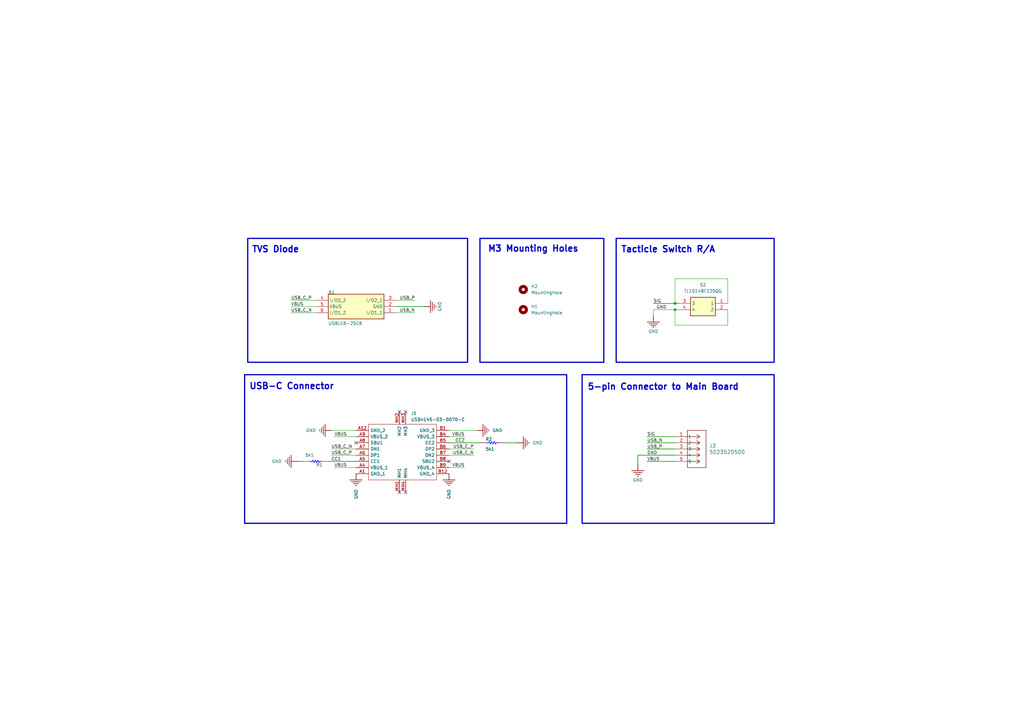
<source format=kicad_sch>
(kicad_sch (version 20231120) (generator "eeschema") (generator_version "8.0")
  (paper "A3")
  (lib_symbols
    (symbol "5023520500:5023520500" (pin_names (offset 0.254))
      (property "Reference" "J" (at 8.89 6.35 0))
      (property "Value" "5023520500" (at 0 0 0))
      (symbol "5023520500_1_1"
        (polyline (pts (xy 5.08 -12.7) (xy 12.7 -12.7)) (stroke (width 0.2032)))
        (polyline (pts (xy 5.08 2.54) (xy 5.08 -12.7)) (stroke (width 0.2032)))
        (polyline (pts (xy 10.16 -10.16) (xy 5.08 -10.16)) (stroke (width 0.2032)))
        (polyline (pts (xy 10.16 -10.16) (xy 8.89 -11.0067)) (stroke (width 0.2032)))
        (polyline (pts (xy 10.16 -10.16) (xy 8.89 -9.3133)) (stroke (width 0.2032)))
        (polyline (pts (xy 10.16 -7.62) (xy 5.08 -7.62)) (stroke (width 0.2032)))
        (polyline (pts (xy 10.16 -7.62) (xy 8.89 -8.4667)) (stroke (width 0.2032)))
        (polyline (pts (xy 10.16 -7.62) (xy 8.89 -6.7733)) (stroke (width 0.2032)))
        (polyline (pts (xy 10.16 -5.08) (xy 5.08 -5.08)) (stroke (width 0.2032)))
        (polyline (pts (xy 10.16 -5.08) (xy 8.89 -5.9267)) (stroke (width 0.2032)))
        (polyline (pts (xy 10.16 -5.08) (xy 8.89 -4.2333)) (stroke (width 0.2032)))
        (polyline (pts (xy 10.16 -2.54) (xy 5.08 -2.54)) (stroke (width 0.2032)))
        (polyline (pts (xy 10.16 -2.54) (xy 8.89 -3.3867)) (stroke (width 0.2032)))
        (polyline (pts (xy 10.16 -2.54) (xy 8.89 -1.6933)) (stroke (width 0.2032)))
        (polyline (pts (xy 10.16 0) (xy 5.08 0)) (stroke (width 0.2032)))
        (polyline (pts (xy 10.16 0) (xy 8.89 -0.8467)) (stroke (width 0.2032)))
        (polyline (pts (xy 10.16 0) (xy 8.89 0.8467)) (stroke (width 0.2032)))
        (polyline (pts (xy 12.7 -12.7) (xy 12.7 2.54)) (stroke (width 0.2032)))
        (polyline (pts (xy 12.7 2.54) (xy 5.08 2.54)) (stroke (width 0.2032)))
        (pin unspecified line (at 0 0 0) (length 5.08) (name "1") (number "1"))
        (pin unspecified line (at 0 -2.54 0) (length 5.08) (name "2") (number "2"))
        (pin unspecified line (at 0 -5.08 0) (length 5.08) (name "3") (number "3"))
        (pin unspecified line (at 0 -7.62 0) (length 5.08) (name "4") (number "4"))
        (pin unspecified line (at 0 -10.16 0) (length 5.08) (name "5") (number "5"))
      )
      (symbol "5023520500_1_2"
        (polyline (pts (xy 5.08 -12.7) (xy 12.7 -12.7)) (stroke (width 0.2032)))
        (polyline (pts (xy 5.08 2.54) (xy 5.08 -12.7)) (stroke (width 0.2032)))
        (polyline (pts (xy 7.62 -10.16) (xy 5.08 -10.16)) (stroke (width 0.2032)))
        (polyline (pts (xy 7.62 -10.16) (xy 8.89 -11.0067)) (stroke (width 0.2032)))
        (polyline (pts (xy 7.62 -10.16) (xy 8.89 -9.3133)) (stroke (width 0.2032)))
        (polyline (pts (xy 7.62 -7.62) (xy 5.08 -7.62)) (stroke (width 0.2032)))
        (polyline (pts (xy 7.62 -7.62) (xy 8.89 -8.4667)) (stroke (width 0.2032)))
        (polyline (pts (xy 7.62 -7.62) (xy 8.89 -6.7733)) (stroke (width 0.2032)))
        (polyline (pts (xy 7.62 -5.08) (xy 5.08 -5.08)) (stroke (width 0.2032)))
        (polyline (pts (xy 7.62 -5.08) (xy 8.89 -5.9267)) (stroke (width 0.2032)))
        (polyline (pts (xy 7.62 -5.08) (xy 8.89 -4.2333)) (stroke (width 0.2032)))
        (polyline (pts (xy 7.62 -2.54) (xy 5.08 -2.54)) (stroke (width 0.2032)))
        (polyline (pts (xy 7.62 -2.54) (xy 8.89 -3.3867)) (stroke (width 0.2032)))
        (polyline (pts (xy 7.62 -2.54) (xy 8.89 -1.6933)) (stroke (width 0.2032)))
        (polyline (pts (xy 7.62 0) (xy 5.08 0)) (stroke (width 0.2032)))
        (polyline (pts (xy 7.62 0) (xy 8.89 -0.8467)) (stroke (width 0.2032)))
        (polyline (pts (xy 7.62 0) (xy 8.89 0.8467)) (stroke (width 0.2032)))
        (polyline (pts (xy 12.7 -12.7) (xy 12.7 2.54)) (stroke (width 0.2032)))
        (polyline (pts (xy 12.7 2.54) (xy 5.08 2.54)) (stroke (width 0.2032)))
        (pin unspecified line (at 0 0 0) (length 5.08) (name "1") (number "1"))
        (pin unspecified line (at 0 -2.54 0) (length 5.08) (name "2") (number "2"))
        (pin unspecified line (at 0 -5.08 0) (length 5.08) (name "3") (number "3"))
        (pin unspecified line (at 0 -7.62 0) (length 5.08) (name "4") (number "4"))
        (pin unspecified line (at 0 -10.16 0) (length 5.08) (name "5") (number "5"))
      )
    )
    (symbol "Daughterboard-altium-import:GND" (power)
      (property "Reference" "#PWR" (at 0 0 0))
      (property "Value" "GND" (at 0 6.35 0))
      (symbol "GND_0_0"
        (polyline (pts (xy -2.54 -2.54) (xy 2.54 -2.54)) (stroke (width 0.254)))
        (polyline (pts (xy -1.778 -3.302) (xy 1.778 -3.302)) (stroke (width 0.254)))
        (polyline (pts (xy -1.016 -4.064) (xy 1.016 -4.064)) (stroke (width 0.254)))
        (polyline (pts (xy -0.254 -4.826) (xy 0.254 -4.826)) (stroke (width 0.254)))
        (polyline (pts (xy 0 0) (xy 0 -2.54)) (stroke (width 0.254)))
        (pin power_in line (at 0 0 0) (length 0) hide (name "GND") (number ""))
      )
    )
    (symbol "Daughterboard-altium-import:root_0_RES"
      (symbol "root_0_RES_1_0"
        (polyline (pts (xy 5.08 -2.54) (xy 4.064 -2.54) (xy 3.81 -3.048) (xy 3.302 -2.032) (xy 2.794 -3.048) (xy 2.286 -2.032) (xy 1.778 -3.048) (xy 1.27 -2.032) (xy 1.016 -2.54) (xy 0 -2.54)) (stroke (width 0.254) (color 0 0 255 1)))
        (pin passive line (at -2.54 -2.54 0) (length 2.54) (name "1") (number "1"))
        (pin passive line (at 7.62 -2.54 180) (length 2.54) (name "2") (number "2"))
      )
    )
    (symbol "Daughterboard-altium-import:root_2_USBLC6-2SC6"
      (symbol "root_2_USBLC6-2SC6_1_0"
        (rectangle (start -5.08 7.62) (end -27.94 -2.54) (stroke (width 0.254)) (fill (type background)))
        (pin passive line (at 0 0 180) (length 5.08) (name "I/O1_1") (number "1"))
        (pin passive line (at 0 2.54 180) (length 5.08) (name "GND") (number "2"))
        (pin passive line (at 0 5.08 180) (length 5.08) (name "I/O2_1") (number "3"))
        (pin passive line (at -33.02 5.08 0) (length 5.08) (name "I/O2_2") (number "4"))
        (pin passive line (at -33.02 2.54 0) (length 5.08) (name "VBUS") (number "5"))
        (pin passive line (at -33.02 0 0) (length 5.08) (name "I/O1_2") (number "6"))
      )
    )
    (symbol "Mechanical:MountingHole" (pin_names (offset 1.016))
      (property "Reference" "H" (at 0 5.08 0))
      (property "Value" "MountingHole" (at 0 3.175 0))
      (symbol "MountingHole_0_1"
        (circle (center 0 0) (radius 1.27) (stroke (width 1.27)))
      )
    )
    (symbol "TL1014BF220QG:TL1014BF220QG"
      (property "Reference" "S" (at 16.51 7.62 0))
      (property "Value" "TL1014BF220QG" (at 16.51 5.08 0))
      (symbol "TL1014BF220QG_1_1"
        (rectangle (start 5.08 2.54) (end 15.24 -5.08) (stroke (width 0.254)) (fill (type background)))
        (pin passive line (at 20.32 0 180) (length 5.08) (name "1") (number "1"))
        (pin passive line (at 20.32 -2.54 180) (length 5.08) (name "2") (number "2"))
        (pin passive line (at 0 0 0) (length 5.08) (name "3") (number "3"))
        (pin passive line (at 0 -2.54 0) (length 5.08) (name "4") (number "4"))
      )
    )
    (symbol "USB4145-03-0070-C:USB4145-03-0070-C" (pin_names (offset 0.762))
      (property "Reference" "J" (at 29.21 17.78 0))
      (property "Value" "USB4145-03-0070-C" (at 29.21 15.24 0))
      (symbol "USB4145-03-0070-C_0_0"
        (pin passive line (at 7.62 17.78 270) (length 5.08) (name "GND_1") (number "A1"))
        (pin passive line (at 25.4 17.78 270) (length 5.08) (name "GND_2") (number "A12"))
        (pin passive line (at 10.16 17.78 270) (length 5.08) (name "VBUS_1") (number "A4"))
        (pin passive line (at 12.7 17.78 270) (length 5.08) (name "CC1") (number "A5"))
        (pin passive line (at 15.24 17.78 270) (length 5.08) (name "DP1") (number "A6"))
        (pin passive line (at 17.78 17.78 270) (length 5.08) (name "DN1") (number "A7"))
        (pin passive line (at 20.32 17.78 270) (length 5.08) (name "SBU1") (number "A8"))
        (pin passive line (at 22.86 17.78 270) (length 5.08) (name "VBUS_2") (number "A9"))
        (pin passive line (at 25.4 -20.32 90) (length 5.08) (name "GND_3") (number "B1"))
        (pin passive line (at 7.62 -20.32 90) (length 5.08) (name "GND_4") (number "B12"))
        (pin passive line (at 22.86 -20.32 90) (length 5.08) (name "VBUS_3") (number "B4"))
        (pin passive line (at 20.32 -20.32 90) (length 5.08) (name "CC2") (number "B5"))
        (pin passive line (at 17.78 -20.32 90) (length 5.08) (name "DP2") (number "B6"))
        (pin passive line (at 15.24 -20.32 90) (length 5.08) (name "DN2") (number "B7"))
        (pin passive line (at 12.7 -20.32 90) (length 5.08) (name "SBU2") (number "B8"))
        (pin passive line (at 10.16 -20.32 90) (length 5.08) (name "VBUS_4") (number "B9"))
        (pin passive line (at 0 0 0) (length 5.08) (name "MH1") (number "MH1"))
        (pin passive line (at 33.02 0 180) (length 5.08) (name "MH2") (number "MH2"))
        (pin passive line (at 33.02 -2.54 180) (length 5.08) (name "MH3") (number "MH3"))
        (pin passive line (at 0 -2.54 0) (length 5.08) (name "MH4") (number "MH4"))
      )
      (symbol "USB4145-03-0070-C_0_1"
        (polyline (pts (xy 5.08 12.7) (xy 27.94 12.7) (xy 27.94 -15.24) (xy 5.08 -15.24) (xy 5.08 12.7)) (stroke (width 0.1524)))
      )
    )
  )
  (junction (at 276.86 127))
  (junction (at 276.86 124.46))
  (no_connect (at 184.15 189.23))
  (no_connect (at 163.83 168.91))
  (no_connect (at 166.37 201.93))
  (no_connect (at 163.83 201.93))
  (no_connect (at 146.05 181.61))
  (no_connect (at 166.37 168.91))
  (wire (pts (xy 265.43 189.23) (xy 276.86 189.23)) (stroke (width 0.254)))
  (wire (pts (xy 207.01 181.61) (xy 212.09 181.61)) (stroke (width 0.254)))
  (wire (pts (xy 265.43 181.61) (xy 276.86 181.61)) (stroke (width 0.254)))
  (wire (pts (xy 276.86 133.35) (xy 276.86 127)))
  (wire (pts (xy 184.15 186.69) (xy 194.31 186.69)))
  (wire (pts (xy 298.45 127) (xy 298.45 133.35)))
  (wire (pts (xy 261.62 186.69) (xy 261.62 190.5)) (stroke (width 0.254)))
  (wire (pts (xy 298.45 124.46) (xy 298.45 114.3)))
  (wire (pts (xy 173.99 125.73) (xy 162.56 125.73)) (stroke (width 0.254)))
  (wire (pts (xy 184.15 181.61) (xy 196.85 181.61)) (stroke (width 0.254)))
  (wire (pts (xy 137.16 191.77) (xy 146.05 191.77)))
  (wire (pts (xy 276.86 114.3) (xy 276.86 124.46)))
  (wire (pts (xy 276.86 124.46) (xy 278.13 124.46)) (stroke (width 0.254)))
  (wire (pts (xy 276.86 127) (xy 278.13 127)))
  (wire (pts (xy 261.62 186.69) (xy 276.86 186.69)) (stroke (width 0.254)))
  (wire (pts (xy 137.16 179.07) (xy 146.05 179.07)))
  (wire (pts (xy 265.43 184.15) (xy 276.86 184.15)) (stroke (width 0.254)))
  (wire (pts (xy 267.97 127) (xy 276.86 127)))
  (wire (pts (xy 267.97 127) (xy 267.97 129.54)))
  (wire (pts (xy 135.89 176.53) (xy 146.05 176.53)))
  (wire (pts (xy 162.56 123.19) (xy 170.18 123.19)))
  (wire (pts (xy 119.38 125.73) (xy 129.54 125.73)))
  (wire (pts (xy 267.97 124.46) (xy 276.86 124.46)) (stroke (width 0.254)))
  (wire (pts (xy 184.15 179.07) (xy 190.5 179.07)))
  (wire (pts (xy 134.62 189.23) (xy 146.05 189.23)) (stroke (width 0.254)))
  (wire (pts (xy 298.45 133.35) (xy 276.86 133.35)))
  (wire (pts (xy 135.89 186.69) (xy 146.05 186.69)))
  (wire (pts (xy 124.46 189.23) (xy 121.92 189.23)) (stroke (width 0.254)))
  (wire (pts (xy 146.05 184.15) (xy 135.89 184.15)))
  (wire (pts (xy 184.15 191.77) (xy 190.5 191.77)))
  (wire (pts (xy 119.38 123.19) (xy 129.54 123.19)))
  (wire (pts (xy 119.38 128.27) (xy 129.54 128.27)))
  (wire (pts (xy 298.45 114.3) (xy 276.86 114.3)))
  (wire (pts (xy 162.56 128.27) (xy 170.18 128.27)))
  (wire (pts (xy 184.15 184.15) (xy 194.31 184.15)))
  (wire (pts (xy 195.58 176.53) (xy 184.15 176.53)))
  (wire (pts (xy 265.43 179.07) (xy 276.86 179.07)) (stroke (width 0.254)))
  (rectangle (start 252.73 97.79) (end 317.5 148.59) (stroke (width 0.508)))
  (rectangle (start 196.85 97.79) (end 247.65 148.59) (stroke (width 0.508)))
  (rectangle (start 100.33 153.67) (end 232.41 214.63) (stroke (width 0.508)))
  (rectangle (start 101.6 97.79) (end 191.77 148.59) (stroke (width 0.508)))
  (rectangle (start 238.76 153.67) (end 317.5 214.63) (stroke (width 0.508)))
  (text "Tacticle Switch R/A" (at 274.066 102.362 0) (effects (font (size 2.54 2.54) (thickness 0.508) (bold yes))))
  (text "5-pin Connector to Main Board" (at 272.034 158.75 0) (effects (font (size 2.54 2.54) (thickness 0.508) (bold yes))))
  (text "USB-C Connector" (at 119.634 158.496 0) (effects (font (size 2.54 2.54) (thickness 0.508) (bold yes))))
  (text "TVS Diode" (at 113.03 102.362 0) (effects (font (size 2.54 2.54) (thickness 0.508) (bold yes))))
  (text "M3 Mounting Holes" (at 218.694 102.108 0) (effects (font (size 2.54 2.54) (thickness 0.508) (bold yes))))
  (label "USB_C_N" (at 119.38 128.27 0))
  (label "USB_N" (at 170.18 128.27 180))
  (label "USB_C_P" (at 194.31 184.15 180))
  (label "USB_P" (at 170.18 123.19 180))
  (label "VBUS" (at 265.43 189.23 0))
  (label "VBUS" (at 137.16 179.07 0))
  (label "GND" (at 265.43 186.69 0))
  (label "VBUS" (at 190.5 191.77 180))
  (label "USB_C_P" (at 135.89 186.69 0))
  (label "USB_C_N" (at 194.31 186.69 180))
  (label "VBUS" (at 119.38 125.73 0))
  (label "USB_C_N" (at 135.89 184.15 0))
  (label "USB_N" (at 265.43 181.61 0))
  (label "SIG" (at 265.43 179.07 0))
  (label "VBUS" (at 190.5 179.07 180))
  (label "USB_P" (at 265.43 184.15 0))
  (label "CC1" (at 135.89 189.23 0))
  (label "VBUS" (at 137.16 191.77 0))
  (label "CC2" (at 186.69 181.61 0))
  (label "GND" (at 269.24 127 0))
  (label "SIG" (at 267.97 124.46 0))
  (label "USB_C_P" (at 119.38 123.19 0))
  (symbol (lib_id "Daughterboard-altium-import:GND") (at 195.58 176.53 90) (unit 1)
    (property "Reference" "#PWR010" (effects (hide yes)))
    (property "Value" "GND" (at 201.93 176.53 90) (effects (justify right)))
  )
  (symbol (lib_id "Daughterboard-altium-import:GND") (at 173.99 125.73 90) (unit 1)
    (property "Reference" "#PWR0102" (effects (hide yes)))
    (property "Value" "GND" (at 180.34 125.73 0))
  )
  (symbol (lib_id "Daughterboard-altium-import:GND") (at 212.09 181.61 90) (unit 1)
    (property "Reference" "#PWR06" (effects (hide yes)))
    (property "Value" "GND" (at 218.44 181.61 90) (effects (justify right)))
  )
  (symbol (lib_id "Daughterboard-altium-import:GND") (at 267.97 129.54 0) (unit 1)
    (property "Reference" "#PWR01" (effects (hide yes)))
    (property "Value" "GND" (at 267.97 135.89 0))
  )
  (symbol (lib_id "Daughterboard-altium-import:GND") (at 184.15 194.31 0) (unit 1)
    (property "Reference" "#PWR09" (effects (hide yes)))
    (property "Value" "GND" (at 184.15 200.66 90) (effects (justify right)))
  )
  (symbol (lib_id "Daughterboard-altium-import:GND") (at 121.92 189.23 270) (unit 1)
    (property "Reference" "#PWR05" (effects (hide yes)))
    (property "Value" "GND" (at 115.57 189.23 90) (effects (justify right)))
  )
  (symbol (lib_id "Daughterboard-altium-import:GND") (at 135.89 176.53 270) (unit 1)
    (property "Reference" "#PWR07" (effects (hide yes)))
    (property "Value" "GND" (at 129.54 176.53 90) (effects (justify right)))
  )
  (symbol (lib_id "Daughterboard-altium-import:GND") (at 146.05 194.31 0) (unit 1)
    (property "Reference" "#PWR08" (effects (hide yes)))
    (property "Value" "GND" (at 146.05 200.66 90) (effects (justify right)))
  )
  (symbol (lib_id "Mechanical:MountingHole") (at 214.63 118.745 0) (unit 1) (in_bom no)
    (property "Reference" "H2" (at 217.805 117.475 0) (effects (justify left)))
    (property "Value" "MountingHole" (at 217.805 120.015 0) (effects (justify left)))
    (property "Footprint" "MountingHole:MountingHole_3.2mm_M3" (effects (hide yes)))
  )
  (symbol (lib_id "TL1014BF220QG:TL1014BF220QG") (at 278.13 124.46 0) (unit 1)
    (property "Reference" "S2" (at 288.29 116.84 0))
    (property "Value" "TL1014BF220QG" (at 288.29 119.38 0))
    (property "Footprint" "TL10:TL1014BF220QG" (effects (hide yes)))
    (property "Datasheet" "https://configured-product-images.s3.amazonaws.com/2D/specs/TL1014BF220QG.pdf" (effects (hide yes)))
    (property "Description" "TACT, 50mA, 12VDC SPST-NO, Off-(On) Surface Mount, Right Angle" (effects (hide yes)))
    (property "Height" "1.9" (effects (hide yes)))
    (property "Mouser Part Number" "612-TL1014BF220QG" (effects (hide yes)))
    (property "Mouser Price/Stock" "https://www.mouser.co.uk/ProductDetail/E-Switch/TL1014BF220QG?qs=fi7yB2oewZm7h9HtMO5ZZA%3D%3D" (effects (hide yes)))
    (property "Manufacturer_Name" "E-Switch" (effects (hide yes)))
    (property "Manufacturer_Part_Number" "TL1014BF220QG" (effects (hide yes)))
  )
  (symbol (lib_id "USB4145-03-0070-C:USB4145-03-0070-C") (at 163.83 201.93 90) (unit 1)
    (property "Reference" "J1" (at 168.5641 169.545 90) (effects (justify right)))
    (property "Value" "USB4145-03-0070-C" (at 168.5641 172.085 90) (effects (justify right)))
    (property "Footprint" "USBNEW:USB4145030070C" (effects (hide yes)))
    (property "Datasheet" "https://gct.co/files/drawings/usb4145.pdf" (effects (hide yes)))
    (property "Description" "USB Connectors USB-C Rec 3u\" Vert 16P SMT 0.7mm TH stakes H7.46mm T+R+Cap" (effects (hide yes)))
    (property "Height" "7.66" (effects (hide yes)))
    (property "Mouser Part Number" "640-USB4145-3-0070-C" (effects (hide yes)))
    (property "Mouser Price/Stock" "https://www.mouser.co.uk/ProductDetail/GCT/USB4145-03-0070-C?qs=vvQtp7zwQdNoT6Ti9aciDw%3D%3D" (effects (hide yes)))
    (property "Manufacturer_Name" "GCT (GLOBAL CONNECTOR TECHNOLOGY)" (effects (hide yes)))
    (property "Manufacturer_Part_Number" "USB4145-03-0070-C" (effects (hide yes)))
  )
  (symbol (lib_id "5023520500:5023520500") (at 276.86 179.07 0) (unit 1)
    (property "Reference" "J3" (at 290.83 182.8799 0) (effects (font (size 1.524 1.524)) (justify left)))
    (property "Value" "5023520500" (at 290.83 185.4199 0) (effects (font (size 1.524 1.524)) (justify left)))
    (property "Footprint" "5023520500:CONN05_502352_MOL" (effects (hide yes)))
    (property "Datasheet" "5023520500" (effects (hide yes)))
  )
  (symbol (lib_id "Daughterboard-altium-import:root_0_RES") (at 199.39 179.07 0) (unit 1)
    (property "Reference" "R2" (at 199.136 180.848 0) (effects (justify left bottom)))
    (property "Value" "5k1" (at 199.136 184.912 0) (effects (justify left bottom)))
    (property "Footprint" "Resistor_SMD:R_0402_1005Metric" (effects (hide yes)))
    (property "PART NUMBER" "RC0402FR-075K1L" (effects (hide yes)))
    (property "MANUFACTURER" "Yageo / Phycomp" (effects (hide yes)))
  )
  (symbol (lib_id "Daughterboard-altium-import:root_2_USBLC6-2SC6") (at 162.56 128.27 0) (unit 1)
    (property "Reference" "B1" (at 134.62 120.65 0) (effects (justify left bottom)))
    (property "Value" "USBLC6-2SC6" (at 134.62 133.35 0) (effects (justify left bottom)))
    (property "Footprint" "Package_TO_SOT_SMD:SOT-23-6" (effects (hide yes)))
    (property "MOUSER PART NUMBER" "511-USBLC6-2SC6" (effects (hide yes)))
    (property "MOUSER PRICE/STOCK" "https://www.mouser.co.uk/ProductDetail/STMicroelectronics/USBLC6-2SC6?qs=po45yt2pPpu%2FhNIlwQdTlg%3D%3D" (effects (hide yes)))
    (property "MANUFACTURER_NAME" "STMicroelectronics" (effects (hide yes)))
    (property "MANUFACTURER_PART_NUMBER" "USBLC6-2SC6" (effects (hide yes)))
    (property "DATASHEET LINK" "http://www.st.com/st-web-ui/static/active/en/resource/technical/document/datasheet/CD00050750.pdf" (effects (hide yes)))
    (property "GEOMETRY.HEIGHT" "1.45mm" (effects (hide yes)))
  )
  (symbol (lib_id "Mechanical:MountingHole") (at 214.63 127 0) (unit 1) (in_bom no)
    (property "Reference" "H1" (at 217.805 125.73 0) (effects (justify left)))
    (property "Value" "MountingHole" (at 217.805 128.27 0) (effects (justify left)))
    (property "Footprint" "MountingHole:MountingHole_3.2mm_M3" (effects (hide yes)))
  )
  (symbol (lib_id "Daughterboard-altium-import:GND") (at 261.62 190.5 0) (unit 1)
    (property "Reference" "#PWR0103" (effects (hide yes)))
    (property "Value" "GND" (at 261.62 196.85 0))
  )
  (symbol (lib_id "Daughterboard-altium-import:root_0_RES") (at 132.08 191.77 180) (unit 1)
    (property "Reference" "R1" (at 132.334 189.992 0) (effects (justify left bottom)))
    (property "Value" "5k1" (at 128.778 185.928 0) (effects (justify left bottom)))
    (property "Footprint" "Resistor_SMD:R_0402_1005Metric" (effects (hide yes)))
    (property "PART NUMBER" "RC0402FR-075K1L" (effects (hide yes)))
    (property "MANUFACTURER" "Yageo / Phycomp" (effects (hide yes)))
  )
)
</source>
